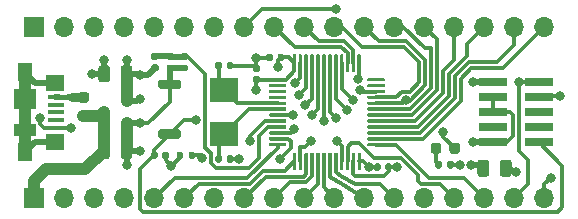
<source format=gbr>
%TF.GenerationSoftware,KiCad,Pcbnew,(5.1.10-1-10_14)*%
%TF.CreationDate,2021-07-19T22:46:51-06:00*%
%TF.ProjectId,f0-study-board,66302d73-7475-4647-992d-626f6172642e,rev?*%
%TF.SameCoordinates,Original*%
%TF.FileFunction,Copper,L1,Top*%
%TF.FilePolarity,Positive*%
%FSLAX46Y46*%
G04 Gerber Fmt 4.6, Leading zero omitted, Abs format (unit mm)*
G04 Created by KiCad (PCBNEW (5.1.10-1-10_14)) date 2021-07-19 22:46:51*
%MOMM*%
%LPD*%
G01*
G04 APERTURE LIST*
%TA.AperFunction,SMDPad,CuDef*%
%ADD10R,2.400000X0.740000*%
%TD*%
%TA.AperFunction,SMDPad,CuDef*%
%ADD11R,2.400000X2.000000*%
%TD*%
%TA.AperFunction,SMDPad,CuDef*%
%ADD12R,0.900000X0.800000*%
%TD*%
%TA.AperFunction,SMDPad,CuDef*%
%ADD13R,1.900000X1.000000*%
%TD*%
%TA.AperFunction,SMDPad,CuDef*%
%ADD14R,1.900000X1.800000*%
%TD*%
%TA.AperFunction,SMDPad,CuDef*%
%ADD15R,1.300000X1.650000*%
%TD*%
%TA.AperFunction,SMDPad,CuDef*%
%ADD16R,1.550000X1.425000*%
%TD*%
%TA.AperFunction,SMDPad,CuDef*%
%ADD17R,1.380000X0.450000*%
%TD*%
%TA.AperFunction,ComponentPad*%
%ADD18O,1.700000X1.700000*%
%TD*%
%TA.AperFunction,ComponentPad*%
%ADD19R,1.700000X1.700000*%
%TD*%
%TA.AperFunction,ViaPad*%
%ADD20C,0.800000*%
%TD*%
%TA.AperFunction,Conductor*%
%ADD21C,0.300000*%
%TD*%
%TA.AperFunction,Conductor*%
%ADD22C,1.000000*%
%TD*%
%TA.AperFunction,Conductor*%
%ADD23C,0.500000*%
%TD*%
%TA.AperFunction,Conductor*%
%ADD24C,0.750000*%
%TD*%
%TA.AperFunction,Conductor*%
%ADD25C,0.100000*%
%TD*%
G04 APERTURE END LIST*
%TO.P,U1,48*%
%TO.N,+3V3*%
%TA.AperFunction,SMDPad,CuDef*%
G36*
G01*
X121862500Y-103750000D02*
X121862500Y-102425000D01*
G75*
G02*
X121937500Y-102350000I75000J0D01*
G01*
X122087500Y-102350000D01*
G75*
G02*
X122162500Y-102425000I0J-75000D01*
G01*
X122162500Y-103750000D01*
G75*
G02*
X122087500Y-103825000I-75000J0D01*
G01*
X121937500Y-103825000D01*
G75*
G02*
X121862500Y-103750000I0J75000D01*
G01*
G37*
%TD.AperFunction*%
%TO.P,U1,47*%
%TO.N,GND*%
%TA.AperFunction,SMDPad,CuDef*%
G36*
G01*
X122362500Y-103750000D02*
X122362500Y-102425000D01*
G75*
G02*
X122437500Y-102350000I75000J0D01*
G01*
X122587500Y-102350000D01*
G75*
G02*
X122662500Y-102425000I0J-75000D01*
G01*
X122662500Y-103750000D01*
G75*
G02*
X122587500Y-103825000I-75000J0D01*
G01*
X122437500Y-103825000D01*
G75*
G02*
X122362500Y-103750000I0J75000D01*
G01*
G37*
%TD.AperFunction*%
%TO.P,U1,46*%
%TO.N,PB9*%
%TA.AperFunction,SMDPad,CuDef*%
G36*
G01*
X122862500Y-103750000D02*
X122862500Y-102425000D01*
G75*
G02*
X122937500Y-102350000I75000J0D01*
G01*
X123087500Y-102350000D01*
G75*
G02*
X123162500Y-102425000I0J-75000D01*
G01*
X123162500Y-103750000D01*
G75*
G02*
X123087500Y-103825000I-75000J0D01*
G01*
X122937500Y-103825000D01*
G75*
G02*
X122862500Y-103750000I0J75000D01*
G01*
G37*
%TD.AperFunction*%
%TO.P,U1,45*%
%TO.N,PB8*%
%TA.AperFunction,SMDPad,CuDef*%
G36*
G01*
X123362500Y-103750000D02*
X123362500Y-102425000D01*
G75*
G02*
X123437500Y-102350000I75000J0D01*
G01*
X123587500Y-102350000D01*
G75*
G02*
X123662500Y-102425000I0J-75000D01*
G01*
X123662500Y-103750000D01*
G75*
G02*
X123587500Y-103825000I-75000J0D01*
G01*
X123437500Y-103825000D01*
G75*
G02*
X123362500Y-103750000I0J75000D01*
G01*
G37*
%TD.AperFunction*%
%TO.P,U1,44*%
%TO.N,/BOOT0*%
%TA.AperFunction,SMDPad,CuDef*%
G36*
G01*
X123862500Y-103750000D02*
X123862500Y-102425000D01*
G75*
G02*
X123937500Y-102350000I75000J0D01*
G01*
X124087500Y-102350000D01*
G75*
G02*
X124162500Y-102425000I0J-75000D01*
G01*
X124162500Y-103750000D01*
G75*
G02*
X124087500Y-103825000I-75000J0D01*
G01*
X123937500Y-103825000D01*
G75*
G02*
X123862500Y-103750000I0J75000D01*
G01*
G37*
%TD.AperFunction*%
%TO.P,U1,43*%
%TO.N,PB7*%
%TA.AperFunction,SMDPad,CuDef*%
G36*
G01*
X124362500Y-103750000D02*
X124362500Y-102425000D01*
G75*
G02*
X124437500Y-102350000I75000J0D01*
G01*
X124587500Y-102350000D01*
G75*
G02*
X124662500Y-102425000I0J-75000D01*
G01*
X124662500Y-103750000D01*
G75*
G02*
X124587500Y-103825000I-75000J0D01*
G01*
X124437500Y-103825000D01*
G75*
G02*
X124362500Y-103750000I0J75000D01*
G01*
G37*
%TD.AperFunction*%
%TO.P,U1,42*%
%TO.N,PB6*%
%TA.AperFunction,SMDPad,CuDef*%
G36*
G01*
X124862500Y-103750000D02*
X124862500Y-102425000D01*
G75*
G02*
X124937500Y-102350000I75000J0D01*
G01*
X125087500Y-102350000D01*
G75*
G02*
X125162500Y-102425000I0J-75000D01*
G01*
X125162500Y-103750000D01*
G75*
G02*
X125087500Y-103825000I-75000J0D01*
G01*
X124937500Y-103825000D01*
G75*
G02*
X124862500Y-103750000I0J75000D01*
G01*
G37*
%TD.AperFunction*%
%TO.P,U1,41*%
%TO.N,PB5*%
%TA.AperFunction,SMDPad,CuDef*%
G36*
G01*
X125362500Y-103750000D02*
X125362500Y-102425000D01*
G75*
G02*
X125437500Y-102350000I75000J0D01*
G01*
X125587500Y-102350000D01*
G75*
G02*
X125662500Y-102425000I0J-75000D01*
G01*
X125662500Y-103750000D01*
G75*
G02*
X125587500Y-103825000I-75000J0D01*
G01*
X125437500Y-103825000D01*
G75*
G02*
X125362500Y-103750000I0J75000D01*
G01*
G37*
%TD.AperFunction*%
%TO.P,U1,40*%
%TO.N,PB4*%
%TA.AperFunction,SMDPad,CuDef*%
G36*
G01*
X125862500Y-103750000D02*
X125862500Y-102425000D01*
G75*
G02*
X125937500Y-102350000I75000J0D01*
G01*
X126087500Y-102350000D01*
G75*
G02*
X126162500Y-102425000I0J-75000D01*
G01*
X126162500Y-103750000D01*
G75*
G02*
X126087500Y-103825000I-75000J0D01*
G01*
X125937500Y-103825000D01*
G75*
G02*
X125862500Y-103750000I0J75000D01*
G01*
G37*
%TD.AperFunction*%
%TO.P,U1,39*%
%TO.N,PB3*%
%TA.AperFunction,SMDPad,CuDef*%
G36*
G01*
X126362500Y-103750000D02*
X126362500Y-102425000D01*
G75*
G02*
X126437500Y-102350000I75000J0D01*
G01*
X126587500Y-102350000D01*
G75*
G02*
X126662500Y-102425000I0J-75000D01*
G01*
X126662500Y-103750000D01*
G75*
G02*
X126587500Y-103825000I-75000J0D01*
G01*
X126437500Y-103825000D01*
G75*
G02*
X126362500Y-103750000I0J75000D01*
G01*
G37*
%TD.AperFunction*%
%TO.P,U1,38*%
%TO.N,PA15*%
%TA.AperFunction,SMDPad,CuDef*%
G36*
G01*
X126862500Y-103750000D02*
X126862500Y-102425000D01*
G75*
G02*
X126937500Y-102350000I75000J0D01*
G01*
X127087500Y-102350000D01*
G75*
G02*
X127162500Y-102425000I0J-75000D01*
G01*
X127162500Y-103750000D01*
G75*
G02*
X127087500Y-103825000I-75000J0D01*
G01*
X126937500Y-103825000D01*
G75*
G02*
X126862500Y-103750000I0J75000D01*
G01*
G37*
%TD.AperFunction*%
%TO.P,U1,37*%
%TO.N,SWCLK*%
%TA.AperFunction,SMDPad,CuDef*%
G36*
G01*
X127362500Y-103750000D02*
X127362500Y-102425000D01*
G75*
G02*
X127437500Y-102350000I75000J0D01*
G01*
X127587500Y-102350000D01*
G75*
G02*
X127662500Y-102425000I0J-75000D01*
G01*
X127662500Y-103750000D01*
G75*
G02*
X127587500Y-103825000I-75000J0D01*
G01*
X127437500Y-103825000D01*
G75*
G02*
X127362500Y-103750000I0J75000D01*
G01*
G37*
%TD.AperFunction*%
%TO.P,U1,36*%
%TO.N,Net-(U1-Pad36)*%
%TA.AperFunction,SMDPad,CuDef*%
G36*
G01*
X128187500Y-104575000D02*
X128187500Y-104425000D01*
G75*
G02*
X128262500Y-104350000I75000J0D01*
G01*
X129587500Y-104350000D01*
G75*
G02*
X129662500Y-104425000I0J-75000D01*
G01*
X129662500Y-104575000D01*
G75*
G02*
X129587500Y-104650000I-75000J0D01*
G01*
X128262500Y-104650000D01*
G75*
G02*
X128187500Y-104575000I0J75000D01*
G01*
G37*
%TD.AperFunction*%
%TO.P,U1,35*%
%TO.N,Net-(U1-Pad35)*%
%TA.AperFunction,SMDPad,CuDef*%
G36*
G01*
X128187500Y-105075000D02*
X128187500Y-104925000D01*
G75*
G02*
X128262500Y-104850000I75000J0D01*
G01*
X129587500Y-104850000D01*
G75*
G02*
X129662500Y-104925000I0J-75000D01*
G01*
X129662500Y-105075000D01*
G75*
G02*
X129587500Y-105150000I-75000J0D01*
G01*
X128262500Y-105150000D01*
G75*
G02*
X128187500Y-105075000I0J75000D01*
G01*
G37*
%TD.AperFunction*%
%TO.P,U1,34*%
%TO.N,SWDIO*%
%TA.AperFunction,SMDPad,CuDef*%
G36*
G01*
X128187500Y-105575000D02*
X128187500Y-105425000D01*
G75*
G02*
X128262500Y-105350000I75000J0D01*
G01*
X129587500Y-105350000D01*
G75*
G02*
X129662500Y-105425000I0J-75000D01*
G01*
X129662500Y-105575000D01*
G75*
G02*
X129587500Y-105650000I-75000J0D01*
G01*
X128262500Y-105650000D01*
G75*
G02*
X128187500Y-105575000I0J75000D01*
G01*
G37*
%TD.AperFunction*%
%TO.P,U1,33*%
%TO.N,PA12*%
%TA.AperFunction,SMDPad,CuDef*%
G36*
G01*
X128187500Y-106075000D02*
X128187500Y-105925000D01*
G75*
G02*
X128262500Y-105850000I75000J0D01*
G01*
X129587500Y-105850000D01*
G75*
G02*
X129662500Y-105925000I0J-75000D01*
G01*
X129662500Y-106075000D01*
G75*
G02*
X129587500Y-106150000I-75000J0D01*
G01*
X128262500Y-106150000D01*
G75*
G02*
X128187500Y-106075000I0J75000D01*
G01*
G37*
%TD.AperFunction*%
%TO.P,U1,32*%
%TO.N,PA11*%
%TA.AperFunction,SMDPad,CuDef*%
G36*
G01*
X128187500Y-106575000D02*
X128187500Y-106425000D01*
G75*
G02*
X128262500Y-106350000I75000J0D01*
G01*
X129587500Y-106350000D01*
G75*
G02*
X129662500Y-106425000I0J-75000D01*
G01*
X129662500Y-106575000D01*
G75*
G02*
X129587500Y-106650000I-75000J0D01*
G01*
X128262500Y-106650000D01*
G75*
G02*
X128187500Y-106575000I0J75000D01*
G01*
G37*
%TD.AperFunction*%
%TO.P,U1,31*%
%TO.N,PA10*%
%TA.AperFunction,SMDPad,CuDef*%
G36*
G01*
X128187500Y-107075000D02*
X128187500Y-106925000D01*
G75*
G02*
X128262500Y-106850000I75000J0D01*
G01*
X129587500Y-106850000D01*
G75*
G02*
X129662500Y-106925000I0J-75000D01*
G01*
X129662500Y-107075000D01*
G75*
G02*
X129587500Y-107150000I-75000J0D01*
G01*
X128262500Y-107150000D01*
G75*
G02*
X128187500Y-107075000I0J75000D01*
G01*
G37*
%TD.AperFunction*%
%TO.P,U1,30*%
%TO.N,PA9*%
%TA.AperFunction,SMDPad,CuDef*%
G36*
G01*
X128187500Y-107575000D02*
X128187500Y-107425000D01*
G75*
G02*
X128262500Y-107350000I75000J0D01*
G01*
X129587500Y-107350000D01*
G75*
G02*
X129662500Y-107425000I0J-75000D01*
G01*
X129662500Y-107575000D01*
G75*
G02*
X129587500Y-107650000I-75000J0D01*
G01*
X128262500Y-107650000D01*
G75*
G02*
X128187500Y-107575000I0J75000D01*
G01*
G37*
%TD.AperFunction*%
%TO.P,U1,29*%
%TO.N,PA8*%
%TA.AperFunction,SMDPad,CuDef*%
G36*
G01*
X128187500Y-108075000D02*
X128187500Y-107925000D01*
G75*
G02*
X128262500Y-107850000I75000J0D01*
G01*
X129587500Y-107850000D01*
G75*
G02*
X129662500Y-107925000I0J-75000D01*
G01*
X129662500Y-108075000D01*
G75*
G02*
X129587500Y-108150000I-75000J0D01*
G01*
X128262500Y-108150000D01*
G75*
G02*
X128187500Y-108075000I0J75000D01*
G01*
G37*
%TD.AperFunction*%
%TO.P,U1,28*%
%TO.N,PB15*%
%TA.AperFunction,SMDPad,CuDef*%
G36*
G01*
X128187500Y-108575000D02*
X128187500Y-108425000D01*
G75*
G02*
X128262500Y-108350000I75000J0D01*
G01*
X129587500Y-108350000D01*
G75*
G02*
X129662500Y-108425000I0J-75000D01*
G01*
X129662500Y-108575000D01*
G75*
G02*
X129587500Y-108650000I-75000J0D01*
G01*
X128262500Y-108650000D01*
G75*
G02*
X128187500Y-108575000I0J75000D01*
G01*
G37*
%TD.AperFunction*%
%TO.P,U1,27*%
%TO.N,PB14*%
%TA.AperFunction,SMDPad,CuDef*%
G36*
G01*
X128187500Y-109075000D02*
X128187500Y-108925000D01*
G75*
G02*
X128262500Y-108850000I75000J0D01*
G01*
X129587500Y-108850000D01*
G75*
G02*
X129662500Y-108925000I0J-75000D01*
G01*
X129662500Y-109075000D01*
G75*
G02*
X129587500Y-109150000I-75000J0D01*
G01*
X128262500Y-109150000D01*
G75*
G02*
X128187500Y-109075000I0J75000D01*
G01*
G37*
%TD.AperFunction*%
%TO.P,U1,26*%
%TO.N,PB13*%
%TA.AperFunction,SMDPad,CuDef*%
G36*
G01*
X128187500Y-109575000D02*
X128187500Y-109425000D01*
G75*
G02*
X128262500Y-109350000I75000J0D01*
G01*
X129587500Y-109350000D01*
G75*
G02*
X129662500Y-109425000I0J-75000D01*
G01*
X129662500Y-109575000D01*
G75*
G02*
X129587500Y-109650000I-75000J0D01*
G01*
X128262500Y-109650000D01*
G75*
G02*
X128187500Y-109575000I0J75000D01*
G01*
G37*
%TD.AperFunction*%
%TO.P,U1,25*%
%TO.N,PB12*%
%TA.AperFunction,SMDPad,CuDef*%
G36*
G01*
X128187500Y-110075000D02*
X128187500Y-109925000D01*
G75*
G02*
X128262500Y-109850000I75000J0D01*
G01*
X129587500Y-109850000D01*
G75*
G02*
X129662500Y-109925000I0J-75000D01*
G01*
X129662500Y-110075000D01*
G75*
G02*
X129587500Y-110150000I-75000J0D01*
G01*
X128262500Y-110150000D01*
G75*
G02*
X128187500Y-110075000I0J75000D01*
G01*
G37*
%TD.AperFunction*%
%TO.P,U1,24*%
%TO.N,+3V3*%
%TA.AperFunction,SMDPad,CuDef*%
G36*
G01*
X127362500Y-112075000D02*
X127362500Y-110750000D01*
G75*
G02*
X127437500Y-110675000I75000J0D01*
G01*
X127587500Y-110675000D01*
G75*
G02*
X127662500Y-110750000I0J-75000D01*
G01*
X127662500Y-112075000D01*
G75*
G02*
X127587500Y-112150000I-75000J0D01*
G01*
X127437500Y-112150000D01*
G75*
G02*
X127362500Y-112075000I0J75000D01*
G01*
G37*
%TD.AperFunction*%
%TO.P,U1,23*%
%TO.N,GND*%
%TA.AperFunction,SMDPad,CuDef*%
G36*
G01*
X126862500Y-112075000D02*
X126862500Y-110750000D01*
G75*
G02*
X126937500Y-110675000I75000J0D01*
G01*
X127087500Y-110675000D01*
G75*
G02*
X127162500Y-110750000I0J-75000D01*
G01*
X127162500Y-112075000D01*
G75*
G02*
X127087500Y-112150000I-75000J0D01*
G01*
X126937500Y-112150000D01*
G75*
G02*
X126862500Y-112075000I0J75000D01*
G01*
G37*
%TD.AperFunction*%
%TO.P,U1,22*%
%TO.N,PB11*%
%TA.AperFunction,SMDPad,CuDef*%
G36*
G01*
X126362500Y-112075000D02*
X126362500Y-110750000D01*
G75*
G02*
X126437500Y-110675000I75000J0D01*
G01*
X126587500Y-110675000D01*
G75*
G02*
X126662500Y-110750000I0J-75000D01*
G01*
X126662500Y-112075000D01*
G75*
G02*
X126587500Y-112150000I-75000J0D01*
G01*
X126437500Y-112150000D01*
G75*
G02*
X126362500Y-112075000I0J75000D01*
G01*
G37*
%TD.AperFunction*%
%TO.P,U1,21*%
%TO.N,PB10*%
%TA.AperFunction,SMDPad,CuDef*%
G36*
G01*
X125862500Y-112075000D02*
X125862500Y-110750000D01*
G75*
G02*
X125937500Y-110675000I75000J0D01*
G01*
X126087500Y-110675000D01*
G75*
G02*
X126162500Y-110750000I0J-75000D01*
G01*
X126162500Y-112075000D01*
G75*
G02*
X126087500Y-112150000I-75000J0D01*
G01*
X125937500Y-112150000D01*
G75*
G02*
X125862500Y-112075000I0J75000D01*
G01*
G37*
%TD.AperFunction*%
%TO.P,U1,20*%
%TO.N,PB2*%
%TA.AperFunction,SMDPad,CuDef*%
G36*
G01*
X125362500Y-112075000D02*
X125362500Y-110750000D01*
G75*
G02*
X125437500Y-110675000I75000J0D01*
G01*
X125587500Y-110675000D01*
G75*
G02*
X125662500Y-110750000I0J-75000D01*
G01*
X125662500Y-112075000D01*
G75*
G02*
X125587500Y-112150000I-75000J0D01*
G01*
X125437500Y-112150000D01*
G75*
G02*
X125362500Y-112075000I0J75000D01*
G01*
G37*
%TD.AperFunction*%
%TO.P,U1,19*%
%TO.N,PB1*%
%TA.AperFunction,SMDPad,CuDef*%
G36*
G01*
X124862500Y-112075000D02*
X124862500Y-110750000D01*
G75*
G02*
X124937500Y-110675000I75000J0D01*
G01*
X125087500Y-110675000D01*
G75*
G02*
X125162500Y-110750000I0J-75000D01*
G01*
X125162500Y-112075000D01*
G75*
G02*
X125087500Y-112150000I-75000J0D01*
G01*
X124937500Y-112150000D01*
G75*
G02*
X124862500Y-112075000I0J75000D01*
G01*
G37*
%TD.AperFunction*%
%TO.P,U1,18*%
%TO.N,PB0*%
%TA.AperFunction,SMDPad,CuDef*%
G36*
G01*
X124362500Y-112075000D02*
X124362500Y-110750000D01*
G75*
G02*
X124437500Y-110675000I75000J0D01*
G01*
X124587500Y-110675000D01*
G75*
G02*
X124662500Y-110750000I0J-75000D01*
G01*
X124662500Y-112075000D01*
G75*
G02*
X124587500Y-112150000I-75000J0D01*
G01*
X124437500Y-112150000D01*
G75*
G02*
X124362500Y-112075000I0J75000D01*
G01*
G37*
%TD.AperFunction*%
%TO.P,U1,17*%
%TO.N,PA7*%
%TA.AperFunction,SMDPad,CuDef*%
G36*
G01*
X123862500Y-112075000D02*
X123862500Y-110750000D01*
G75*
G02*
X123937500Y-110675000I75000J0D01*
G01*
X124087500Y-110675000D01*
G75*
G02*
X124162500Y-110750000I0J-75000D01*
G01*
X124162500Y-112075000D01*
G75*
G02*
X124087500Y-112150000I-75000J0D01*
G01*
X123937500Y-112150000D01*
G75*
G02*
X123862500Y-112075000I0J75000D01*
G01*
G37*
%TD.AperFunction*%
%TO.P,U1,16*%
%TO.N,PA6*%
%TA.AperFunction,SMDPad,CuDef*%
G36*
G01*
X123362500Y-112075000D02*
X123362500Y-110750000D01*
G75*
G02*
X123437500Y-110675000I75000J0D01*
G01*
X123587500Y-110675000D01*
G75*
G02*
X123662500Y-110750000I0J-75000D01*
G01*
X123662500Y-112075000D01*
G75*
G02*
X123587500Y-112150000I-75000J0D01*
G01*
X123437500Y-112150000D01*
G75*
G02*
X123362500Y-112075000I0J75000D01*
G01*
G37*
%TD.AperFunction*%
%TO.P,U1,15*%
%TO.N,PA5*%
%TA.AperFunction,SMDPad,CuDef*%
G36*
G01*
X122862500Y-112075000D02*
X122862500Y-110750000D01*
G75*
G02*
X122937500Y-110675000I75000J0D01*
G01*
X123087500Y-110675000D01*
G75*
G02*
X123162500Y-110750000I0J-75000D01*
G01*
X123162500Y-112075000D01*
G75*
G02*
X123087500Y-112150000I-75000J0D01*
G01*
X122937500Y-112150000D01*
G75*
G02*
X122862500Y-112075000I0J75000D01*
G01*
G37*
%TD.AperFunction*%
%TO.P,U1,14*%
%TO.N,PA4*%
%TA.AperFunction,SMDPad,CuDef*%
G36*
G01*
X122362500Y-112075000D02*
X122362500Y-110750000D01*
G75*
G02*
X122437500Y-110675000I75000J0D01*
G01*
X122587500Y-110675000D01*
G75*
G02*
X122662500Y-110750000I0J-75000D01*
G01*
X122662500Y-112075000D01*
G75*
G02*
X122587500Y-112150000I-75000J0D01*
G01*
X122437500Y-112150000D01*
G75*
G02*
X122362500Y-112075000I0J75000D01*
G01*
G37*
%TD.AperFunction*%
%TO.P,U1,13*%
%TO.N,PA3*%
%TA.AperFunction,SMDPad,CuDef*%
G36*
G01*
X121862500Y-112075000D02*
X121862500Y-110750000D01*
G75*
G02*
X121937500Y-110675000I75000J0D01*
G01*
X122087500Y-110675000D01*
G75*
G02*
X122162500Y-110750000I0J-75000D01*
G01*
X122162500Y-112075000D01*
G75*
G02*
X122087500Y-112150000I-75000J0D01*
G01*
X121937500Y-112150000D01*
G75*
G02*
X121862500Y-112075000I0J75000D01*
G01*
G37*
%TD.AperFunction*%
%TO.P,U1,12*%
%TO.N,PA2*%
%TA.AperFunction,SMDPad,CuDef*%
G36*
G01*
X119862500Y-110075000D02*
X119862500Y-109925000D01*
G75*
G02*
X119937500Y-109850000I75000J0D01*
G01*
X121262500Y-109850000D01*
G75*
G02*
X121337500Y-109925000I0J-75000D01*
G01*
X121337500Y-110075000D01*
G75*
G02*
X121262500Y-110150000I-75000J0D01*
G01*
X119937500Y-110150000D01*
G75*
G02*
X119862500Y-110075000I0J75000D01*
G01*
G37*
%TD.AperFunction*%
%TO.P,U1,11*%
%TO.N,PA1*%
%TA.AperFunction,SMDPad,CuDef*%
G36*
G01*
X119862500Y-109575000D02*
X119862500Y-109425000D01*
G75*
G02*
X119937500Y-109350000I75000J0D01*
G01*
X121262500Y-109350000D01*
G75*
G02*
X121337500Y-109425000I0J-75000D01*
G01*
X121337500Y-109575000D01*
G75*
G02*
X121262500Y-109650000I-75000J0D01*
G01*
X119937500Y-109650000D01*
G75*
G02*
X119862500Y-109575000I0J75000D01*
G01*
G37*
%TD.AperFunction*%
%TO.P,U1,10*%
%TO.N,PA0*%
%TA.AperFunction,SMDPad,CuDef*%
G36*
G01*
X119862500Y-109075000D02*
X119862500Y-108925000D01*
G75*
G02*
X119937500Y-108850000I75000J0D01*
G01*
X121262500Y-108850000D01*
G75*
G02*
X121337500Y-108925000I0J-75000D01*
G01*
X121337500Y-109075000D01*
G75*
G02*
X121262500Y-109150000I-75000J0D01*
G01*
X119937500Y-109150000D01*
G75*
G02*
X119862500Y-109075000I0J75000D01*
G01*
G37*
%TD.AperFunction*%
%TO.P,U1,9*%
%TO.N,+3.3VA*%
%TA.AperFunction,SMDPad,CuDef*%
G36*
G01*
X119862500Y-108575000D02*
X119862500Y-108425000D01*
G75*
G02*
X119937500Y-108350000I75000J0D01*
G01*
X121262500Y-108350000D01*
G75*
G02*
X121337500Y-108425000I0J-75000D01*
G01*
X121337500Y-108575000D01*
G75*
G02*
X121262500Y-108650000I-75000J0D01*
G01*
X119937500Y-108650000D01*
G75*
G02*
X119862500Y-108575000I0J75000D01*
G01*
G37*
%TD.AperFunction*%
%TO.P,U1,8*%
%TO.N,GND*%
%TA.AperFunction,SMDPad,CuDef*%
G36*
G01*
X119862500Y-108075000D02*
X119862500Y-107925000D01*
G75*
G02*
X119937500Y-107850000I75000J0D01*
G01*
X121262500Y-107850000D01*
G75*
G02*
X121337500Y-107925000I0J-75000D01*
G01*
X121337500Y-108075000D01*
G75*
G02*
X121262500Y-108150000I-75000J0D01*
G01*
X119937500Y-108150000D01*
G75*
G02*
X119862500Y-108075000I0J75000D01*
G01*
G37*
%TD.AperFunction*%
%TO.P,U1,7*%
%TO.N,NRST*%
%TA.AperFunction,SMDPad,CuDef*%
G36*
G01*
X119862500Y-107575000D02*
X119862500Y-107425000D01*
G75*
G02*
X119937500Y-107350000I75000J0D01*
G01*
X121262500Y-107350000D01*
G75*
G02*
X121337500Y-107425000I0J-75000D01*
G01*
X121337500Y-107575000D01*
G75*
G02*
X121262500Y-107650000I-75000J0D01*
G01*
X119937500Y-107650000D01*
G75*
G02*
X119862500Y-107575000I0J75000D01*
G01*
G37*
%TD.AperFunction*%
%TO.P,U1,6*%
%TO.N,/OSC_OUT*%
%TA.AperFunction,SMDPad,CuDef*%
G36*
G01*
X119862500Y-107075000D02*
X119862500Y-106925000D01*
G75*
G02*
X119937500Y-106850000I75000J0D01*
G01*
X121262500Y-106850000D01*
G75*
G02*
X121337500Y-106925000I0J-75000D01*
G01*
X121337500Y-107075000D01*
G75*
G02*
X121262500Y-107150000I-75000J0D01*
G01*
X119937500Y-107150000D01*
G75*
G02*
X119862500Y-107075000I0J75000D01*
G01*
G37*
%TD.AperFunction*%
%TO.P,U1,5*%
%TO.N,/OSC_IN*%
%TA.AperFunction,SMDPad,CuDef*%
G36*
G01*
X119862500Y-106575000D02*
X119862500Y-106425000D01*
G75*
G02*
X119937500Y-106350000I75000J0D01*
G01*
X121262500Y-106350000D01*
G75*
G02*
X121337500Y-106425000I0J-75000D01*
G01*
X121337500Y-106575000D01*
G75*
G02*
X121262500Y-106650000I-75000J0D01*
G01*
X119937500Y-106650000D01*
G75*
G02*
X119862500Y-106575000I0J75000D01*
G01*
G37*
%TD.AperFunction*%
%TO.P,U1,4*%
%TO.N,Net-(U1-Pad4)*%
%TA.AperFunction,SMDPad,CuDef*%
G36*
G01*
X119862500Y-106075000D02*
X119862500Y-105925000D01*
G75*
G02*
X119937500Y-105850000I75000J0D01*
G01*
X121262500Y-105850000D01*
G75*
G02*
X121337500Y-105925000I0J-75000D01*
G01*
X121337500Y-106075000D01*
G75*
G02*
X121262500Y-106150000I-75000J0D01*
G01*
X119937500Y-106150000D01*
G75*
G02*
X119862500Y-106075000I0J75000D01*
G01*
G37*
%TD.AperFunction*%
%TO.P,U1,3*%
%TO.N,Net-(U1-Pad3)*%
%TA.AperFunction,SMDPad,CuDef*%
G36*
G01*
X119862500Y-105575000D02*
X119862500Y-105425000D01*
G75*
G02*
X119937500Y-105350000I75000J0D01*
G01*
X121262500Y-105350000D01*
G75*
G02*
X121337500Y-105425000I0J-75000D01*
G01*
X121337500Y-105575000D01*
G75*
G02*
X121262500Y-105650000I-75000J0D01*
G01*
X119937500Y-105650000D01*
G75*
G02*
X119862500Y-105575000I0J75000D01*
G01*
G37*
%TD.AperFunction*%
%TO.P,U1,2*%
%TO.N,Net-(U1-Pad2)*%
%TA.AperFunction,SMDPad,CuDef*%
G36*
G01*
X119862500Y-105075000D02*
X119862500Y-104925000D01*
G75*
G02*
X119937500Y-104850000I75000J0D01*
G01*
X121262500Y-104850000D01*
G75*
G02*
X121337500Y-104925000I0J-75000D01*
G01*
X121337500Y-105075000D01*
G75*
G02*
X121262500Y-105150000I-75000J0D01*
G01*
X119937500Y-105150000D01*
G75*
G02*
X119862500Y-105075000I0J75000D01*
G01*
G37*
%TD.AperFunction*%
%TO.P,U1,1*%
%TO.N,+3V3*%
%TA.AperFunction,SMDPad,CuDef*%
G36*
G01*
X119862500Y-104575000D02*
X119862500Y-104425000D01*
G75*
G02*
X119937500Y-104350000I75000J0D01*
G01*
X121262500Y-104350000D01*
G75*
G02*
X121337500Y-104425000I0J-75000D01*
G01*
X121337500Y-104575000D01*
G75*
G02*
X121262500Y-104650000I-75000J0D01*
G01*
X119937500Y-104650000D01*
G75*
G02*
X119862500Y-104575000I0J75000D01*
G01*
G37*
%TD.AperFunction*%
%TD*%
%TO.P,C1,2*%
%TO.N,GND*%
%TA.AperFunction,SMDPad,CuDef*%
G36*
G01*
X138500000Y-111525000D02*
X138500000Y-112475000D01*
G75*
G02*
X138250000Y-112725000I-250000J0D01*
G01*
X137750000Y-112725000D01*
G75*
G02*
X137500000Y-112475000I0J250000D01*
G01*
X137500000Y-111525000D01*
G75*
G02*
X137750000Y-111275000I250000J0D01*
G01*
X138250000Y-111275000D01*
G75*
G02*
X138500000Y-111525000I0J-250000D01*
G01*
G37*
%TD.AperFunction*%
%TO.P,C1,1*%
%TO.N,+3V3*%
%TA.AperFunction,SMDPad,CuDef*%
G36*
G01*
X140400000Y-111525000D02*
X140400000Y-112475000D01*
G75*
G02*
X140150000Y-112725000I-250000J0D01*
G01*
X139650000Y-112725000D01*
G75*
G02*
X139400000Y-112475000I0J250000D01*
G01*
X139400000Y-111525000D01*
G75*
G02*
X139650000Y-111275000I250000J0D01*
G01*
X140150000Y-111275000D01*
G75*
G02*
X140400000Y-111525000I0J-250000D01*
G01*
G37*
%TD.AperFunction*%
%TD*%
D10*
%TO.P,J4,10*%
%TO.N,NRST*%
X142700000Y-109790000D03*
%TO.P,J4,9*%
%TO.N,GND*%
X138800000Y-109790000D03*
%TO.P,J4,8*%
%TO.N,Net-(J4-Pad8)*%
X142700000Y-108520000D03*
%TO.P,J4,7*%
%TO.N,Net-(J4-Pad7)*%
X138800000Y-108520000D03*
%TO.P,J4,6*%
%TO.N,Net-(J4-Pad6)*%
X142700000Y-107250000D03*
%TO.P,J4,5*%
%TO.N,GND*%
X138800000Y-107250000D03*
%TO.P,J4,4*%
%TO.N,SWCLK*%
X142700000Y-105980000D03*
%TO.P,J4,3*%
%TO.N,GND*%
X138800000Y-105980000D03*
%TO.P,J4,2*%
%TO.N,SWDIO*%
X142700000Y-104710000D03*
%TO.P,J4,1*%
%TO.N,+3V3*%
X138800000Y-104710000D03*
%TD*%
%TO.P,R2,2*%
%TO.N,GND*%
%TA.AperFunction,SMDPad,CuDef*%
G36*
G01*
X134950000Y-111885000D02*
X134950000Y-111515000D01*
G75*
G02*
X135085000Y-111380000I135000J0D01*
G01*
X135355000Y-111380000D01*
G75*
G02*
X135490000Y-111515000I0J-135000D01*
G01*
X135490000Y-111885000D01*
G75*
G02*
X135355000Y-112020000I-135000J0D01*
G01*
X135085000Y-112020000D01*
G75*
G02*
X134950000Y-111885000I0J135000D01*
G01*
G37*
%TD.AperFunction*%
%TO.P,R2,1*%
%TO.N,Net-(D2-Pad1)*%
%TA.AperFunction,SMDPad,CuDef*%
G36*
G01*
X133930000Y-111885000D02*
X133930000Y-111515000D01*
G75*
G02*
X134065000Y-111380000I135000J0D01*
G01*
X134335000Y-111380000D01*
G75*
G02*
X134470000Y-111515000I0J-135000D01*
G01*
X134470000Y-111885000D01*
G75*
G02*
X134335000Y-112020000I-135000J0D01*
G01*
X134065000Y-112020000D01*
G75*
G02*
X133930000Y-111885000I0J135000D01*
G01*
G37*
%TD.AperFunction*%
%TD*%
%TO.P,R1,2*%
%TO.N,GND*%
%TA.AperFunction,SMDPad,CuDef*%
G36*
G01*
X112570000Y-110715000D02*
X112570000Y-111085000D01*
G75*
G02*
X112435000Y-111220000I-135000J0D01*
G01*
X112165000Y-111220000D01*
G75*
G02*
X112030000Y-111085000I0J135000D01*
G01*
X112030000Y-110715000D01*
G75*
G02*
X112165000Y-110580000I135000J0D01*
G01*
X112435000Y-110580000D01*
G75*
G02*
X112570000Y-110715000I0J-135000D01*
G01*
G37*
%TD.AperFunction*%
%TO.P,R1,1*%
%TO.N,/BOOT0*%
%TA.AperFunction,SMDPad,CuDef*%
G36*
G01*
X113590000Y-110715000D02*
X113590000Y-111085000D01*
G75*
G02*
X113455000Y-111220000I-135000J0D01*
G01*
X113185000Y-111220000D01*
G75*
G02*
X113050000Y-111085000I0J135000D01*
G01*
X113050000Y-110715000D01*
G75*
G02*
X113185000Y-110580000I135000J0D01*
G01*
X113455000Y-110580000D01*
G75*
G02*
X113590000Y-110715000I0J-135000D01*
G01*
G37*
%TD.AperFunction*%
%TD*%
%TO.P,FB1,2*%
%TO.N,+5V*%
%TA.AperFunction,SMDPad,CuDef*%
G36*
G01*
X104406250Y-106437500D02*
X103893750Y-106437500D01*
G75*
G02*
X103675000Y-106218750I0J218750D01*
G01*
X103675000Y-105781250D01*
G75*
G02*
X103893750Y-105562500I218750J0D01*
G01*
X104406250Y-105562500D01*
G75*
G02*
X104625000Y-105781250I0J-218750D01*
G01*
X104625000Y-106218750D01*
G75*
G02*
X104406250Y-106437500I-218750J0D01*
G01*
G37*
%TD.AperFunction*%
%TO.P,FB1,1*%
%TO.N,VCC*%
%TA.AperFunction,SMDPad,CuDef*%
G36*
G01*
X104406250Y-108012500D02*
X103893750Y-108012500D01*
G75*
G02*
X103675000Y-107793750I0J218750D01*
G01*
X103675000Y-107356250D01*
G75*
G02*
X103893750Y-107137500I218750J0D01*
G01*
X104406250Y-107137500D01*
G75*
G02*
X104625000Y-107356250I0J-218750D01*
G01*
X104625000Y-107793750D01*
G75*
G02*
X104406250Y-108012500I-218750J0D01*
G01*
G37*
%TD.AperFunction*%
%TD*%
%TO.P,C12,2*%
%TO.N,GND*%
%TA.AperFunction,SMDPad,CuDef*%
G36*
G01*
X107300000Y-110975000D02*
X107300000Y-110025000D01*
G75*
G02*
X107550000Y-109775000I250000J0D01*
G01*
X108050000Y-109775000D01*
G75*
G02*
X108300000Y-110025000I0J-250000D01*
G01*
X108300000Y-110975000D01*
G75*
G02*
X108050000Y-111225000I-250000J0D01*
G01*
X107550000Y-111225000D01*
G75*
G02*
X107300000Y-110975000I0J250000D01*
G01*
G37*
%TD.AperFunction*%
%TO.P,C12,1*%
%TO.N,VCC*%
%TA.AperFunction,SMDPad,CuDef*%
G36*
G01*
X105400000Y-110975000D02*
X105400000Y-110025000D01*
G75*
G02*
X105650000Y-109775000I250000J0D01*
G01*
X106150000Y-109775000D01*
G75*
G02*
X106400000Y-110025000I0J-250000D01*
G01*
X106400000Y-110975000D01*
G75*
G02*
X106150000Y-111225000I-250000J0D01*
G01*
X105650000Y-111225000D01*
G75*
G02*
X105400000Y-110975000I0J250000D01*
G01*
G37*
%TD.AperFunction*%
%TD*%
%TO.P,C11,2*%
%TO.N,GND*%
%TA.AperFunction,SMDPad,CuDef*%
G36*
G01*
X106400000Y-103525000D02*
X106400000Y-104475000D01*
G75*
G02*
X106150000Y-104725000I-250000J0D01*
G01*
X105650000Y-104725000D01*
G75*
G02*
X105400000Y-104475000I0J250000D01*
G01*
X105400000Y-103525000D01*
G75*
G02*
X105650000Y-103275000I250000J0D01*
G01*
X106150000Y-103275000D01*
G75*
G02*
X106400000Y-103525000I0J-250000D01*
G01*
G37*
%TD.AperFunction*%
%TO.P,C11,1*%
%TO.N,+3V3*%
%TA.AperFunction,SMDPad,CuDef*%
G36*
G01*
X108300000Y-103525000D02*
X108300000Y-104475000D01*
G75*
G02*
X108050000Y-104725000I-250000J0D01*
G01*
X107550000Y-104725000D01*
G75*
G02*
X107300000Y-104475000I0J250000D01*
G01*
X107300000Y-103525000D01*
G75*
G02*
X107550000Y-103275000I250000J0D01*
G01*
X108050000Y-103275000D01*
G75*
G02*
X108300000Y-103525000I0J-250000D01*
G01*
G37*
%TD.AperFunction*%
%TD*%
%TO.P,C10,2*%
%TO.N,GND*%
%TA.AperFunction,SMDPad,CuDef*%
G36*
G01*
X116280000Y-111370000D02*
X116280000Y-111030000D01*
G75*
G02*
X116420000Y-110890000I140000J0D01*
G01*
X116700000Y-110890000D01*
G75*
G02*
X116840000Y-111030000I0J-140000D01*
G01*
X116840000Y-111370000D01*
G75*
G02*
X116700000Y-111510000I-140000J0D01*
G01*
X116420000Y-111510000D01*
G75*
G02*
X116280000Y-111370000I0J140000D01*
G01*
G37*
%TD.AperFunction*%
%TO.P,C10,1*%
%TO.N,/OSC_OUT*%
%TA.AperFunction,SMDPad,CuDef*%
G36*
G01*
X115320000Y-111370000D02*
X115320000Y-111030000D01*
G75*
G02*
X115460000Y-110890000I140000J0D01*
G01*
X115740000Y-110890000D01*
G75*
G02*
X115880000Y-111030000I0J-140000D01*
G01*
X115880000Y-111370000D01*
G75*
G02*
X115740000Y-111510000I-140000J0D01*
G01*
X115460000Y-111510000D01*
G75*
G02*
X115320000Y-111370000I0J140000D01*
G01*
G37*
%TD.AperFunction*%
%TD*%
%TO.P,C9,2*%
%TO.N,GND*%
%TA.AperFunction,SMDPad,CuDef*%
G36*
G01*
X116280000Y-103470000D02*
X116280000Y-103130000D01*
G75*
G02*
X116420000Y-102990000I140000J0D01*
G01*
X116700000Y-102990000D01*
G75*
G02*
X116840000Y-103130000I0J-140000D01*
G01*
X116840000Y-103470000D01*
G75*
G02*
X116700000Y-103610000I-140000J0D01*
G01*
X116420000Y-103610000D01*
G75*
G02*
X116280000Y-103470000I0J140000D01*
G01*
G37*
%TD.AperFunction*%
%TO.P,C9,1*%
%TO.N,/OSC_IN*%
%TA.AperFunction,SMDPad,CuDef*%
G36*
G01*
X115320000Y-103470000D02*
X115320000Y-103130000D01*
G75*
G02*
X115460000Y-102990000I140000J0D01*
G01*
X115740000Y-102990000D01*
G75*
G02*
X115880000Y-103130000I0J-140000D01*
G01*
X115880000Y-103470000D01*
G75*
G02*
X115740000Y-103610000I-140000J0D01*
G01*
X115460000Y-103610000D01*
G75*
G02*
X115320000Y-103470000I0J140000D01*
G01*
G37*
%TD.AperFunction*%
%TD*%
%TO.P,C8,2*%
%TO.N,GND*%
%TA.AperFunction,SMDPad,CuDef*%
G36*
G01*
X110820000Y-111070000D02*
X110820000Y-110730000D01*
G75*
G02*
X110960000Y-110590000I140000J0D01*
G01*
X111240000Y-110590000D01*
G75*
G02*
X111380000Y-110730000I0J-140000D01*
G01*
X111380000Y-111070000D01*
G75*
G02*
X111240000Y-111210000I-140000J0D01*
G01*
X110960000Y-111210000D01*
G75*
G02*
X110820000Y-111070000I0J140000D01*
G01*
G37*
%TD.AperFunction*%
%TO.P,C8,1*%
%TO.N,NRST*%
%TA.AperFunction,SMDPad,CuDef*%
G36*
G01*
X109860000Y-111070000D02*
X109860000Y-110730000D01*
G75*
G02*
X110000000Y-110590000I140000J0D01*
G01*
X110280000Y-110590000D01*
G75*
G02*
X110420000Y-110730000I0J-140000D01*
G01*
X110420000Y-111070000D01*
G75*
G02*
X110280000Y-111210000I-140000J0D01*
G01*
X110000000Y-111210000D01*
G75*
G02*
X109860000Y-111070000I0J140000D01*
G01*
G37*
%TD.AperFunction*%
%TD*%
%TO.P,C7,2*%
%TO.N,GND*%
%TA.AperFunction,SMDPad,CuDef*%
G36*
G01*
X112530000Y-103220000D02*
X112870000Y-103220000D01*
G75*
G02*
X113010000Y-103360000I0J-140000D01*
G01*
X113010000Y-103640000D01*
G75*
G02*
X112870000Y-103780000I-140000J0D01*
G01*
X112530000Y-103780000D01*
G75*
G02*
X112390000Y-103640000I0J140000D01*
G01*
X112390000Y-103360000D01*
G75*
G02*
X112530000Y-103220000I140000J0D01*
G01*
G37*
%TD.AperFunction*%
%TO.P,C7,1*%
%TO.N,+3.3VA*%
%TA.AperFunction,SMDPad,CuDef*%
G36*
G01*
X112530000Y-102260000D02*
X112870000Y-102260000D01*
G75*
G02*
X113010000Y-102400000I0J-140000D01*
G01*
X113010000Y-102680000D01*
G75*
G02*
X112870000Y-102820000I-140000J0D01*
G01*
X112530000Y-102820000D01*
G75*
G02*
X112390000Y-102680000I0J140000D01*
G01*
X112390000Y-102400000D01*
G75*
G02*
X112530000Y-102260000I140000J0D01*
G01*
G37*
%TD.AperFunction*%
%TD*%
%TO.P,C6,2*%
%TO.N,GND*%
%TA.AperFunction,SMDPad,CuDef*%
G36*
G01*
X111330000Y-103220000D02*
X111670000Y-103220000D01*
G75*
G02*
X111810000Y-103360000I0J-140000D01*
G01*
X111810000Y-103640000D01*
G75*
G02*
X111670000Y-103780000I-140000J0D01*
G01*
X111330000Y-103780000D01*
G75*
G02*
X111190000Y-103640000I0J140000D01*
G01*
X111190000Y-103360000D01*
G75*
G02*
X111330000Y-103220000I140000J0D01*
G01*
G37*
%TD.AperFunction*%
%TO.P,C6,1*%
%TO.N,+3.3VA*%
%TA.AperFunction,SMDPad,CuDef*%
G36*
G01*
X111330000Y-102260000D02*
X111670000Y-102260000D01*
G75*
G02*
X111810000Y-102400000I0J-140000D01*
G01*
X111810000Y-102680000D01*
G75*
G02*
X111670000Y-102820000I-140000J0D01*
G01*
X111330000Y-102820000D01*
G75*
G02*
X111190000Y-102680000I0J140000D01*
G01*
X111190000Y-102400000D01*
G75*
G02*
X111330000Y-102260000I140000J0D01*
G01*
G37*
%TD.AperFunction*%
%TD*%
%TO.P,C4,2*%
%TO.N,GND*%
%TA.AperFunction,SMDPad,CuDef*%
G36*
G01*
X129700000Y-112070000D02*
X129700000Y-111730000D01*
G75*
G02*
X129840000Y-111590000I140000J0D01*
G01*
X130120000Y-111590000D01*
G75*
G02*
X130260000Y-111730000I0J-140000D01*
G01*
X130260000Y-112070000D01*
G75*
G02*
X130120000Y-112210000I-140000J0D01*
G01*
X129840000Y-112210000D01*
G75*
G02*
X129700000Y-112070000I0J140000D01*
G01*
G37*
%TD.AperFunction*%
%TO.P,C4,1*%
%TO.N,+3V3*%
%TA.AperFunction,SMDPad,CuDef*%
G36*
G01*
X128740000Y-112070000D02*
X128740000Y-111730000D01*
G75*
G02*
X128880000Y-111590000I140000J0D01*
G01*
X129160000Y-111590000D01*
G75*
G02*
X129300000Y-111730000I0J-140000D01*
G01*
X129300000Y-112070000D01*
G75*
G02*
X129160000Y-112210000I-140000J0D01*
G01*
X128880000Y-112210000D01*
G75*
G02*
X128740000Y-112070000I0J140000D01*
G01*
G37*
%TD.AperFunction*%
%TD*%
%TO.P,C3,2*%
%TO.N,GND*%
%TA.AperFunction,SMDPad,CuDef*%
G36*
G01*
X120180000Y-102430000D02*
X120180000Y-102770000D01*
G75*
G02*
X120040000Y-102910000I-140000J0D01*
G01*
X119760000Y-102910000D01*
G75*
G02*
X119620000Y-102770000I0J140000D01*
G01*
X119620000Y-102430000D01*
G75*
G02*
X119760000Y-102290000I140000J0D01*
G01*
X120040000Y-102290000D01*
G75*
G02*
X120180000Y-102430000I0J-140000D01*
G01*
G37*
%TD.AperFunction*%
%TO.P,C3,1*%
%TO.N,+3V3*%
%TA.AperFunction,SMDPad,CuDef*%
G36*
G01*
X121140000Y-102430000D02*
X121140000Y-102770000D01*
G75*
G02*
X121000000Y-102910000I-140000J0D01*
G01*
X120720000Y-102910000D01*
G75*
G02*
X120580000Y-102770000I0J140000D01*
G01*
X120580000Y-102430000D01*
G75*
G02*
X120720000Y-102290000I140000J0D01*
G01*
X121000000Y-102290000D01*
G75*
G02*
X121140000Y-102430000I0J-140000D01*
G01*
G37*
%TD.AperFunction*%
%TD*%
%TO.P,C2,2*%
%TO.N,GND*%
%TA.AperFunction,SMDPad,CuDef*%
G36*
G01*
X118970000Y-103820000D02*
X118630000Y-103820000D01*
G75*
G02*
X118490000Y-103680000I0J140000D01*
G01*
X118490000Y-103400000D01*
G75*
G02*
X118630000Y-103260000I140000J0D01*
G01*
X118970000Y-103260000D01*
G75*
G02*
X119110000Y-103400000I0J-140000D01*
G01*
X119110000Y-103680000D01*
G75*
G02*
X118970000Y-103820000I-140000J0D01*
G01*
G37*
%TD.AperFunction*%
%TO.P,C2,1*%
%TO.N,+3V3*%
%TA.AperFunction,SMDPad,CuDef*%
G36*
G01*
X118970000Y-104780000D02*
X118630000Y-104780000D01*
G75*
G02*
X118490000Y-104640000I0J140000D01*
G01*
X118490000Y-104360000D01*
G75*
G02*
X118630000Y-104220000I140000J0D01*
G01*
X118970000Y-104220000D01*
G75*
G02*
X119110000Y-104360000I0J-140000D01*
G01*
X119110000Y-104640000D01*
G75*
G02*
X118970000Y-104780000I-140000J0D01*
G01*
G37*
%TD.AperFunction*%
%TD*%
D11*
%TO.P,Y1,2*%
%TO.N,/OSC_OUT*%
X116050000Y-109100000D03*
%TO.P,Y1,1*%
%TO.N,/OSC_IN*%
X116050000Y-105400000D03*
%TD*%
D12*
%TO.P,U2,3*%
%TO.N,VCC*%
X105850000Y-107250000D03*
%TO.P,U2,2*%
%TO.N,+3V3*%
X107850000Y-106300000D03*
%TO.P,U2,1*%
%TO.N,GND*%
X107850000Y-108200000D03*
%TD*%
%TO.P,SW1,1*%
%TO.N,GND*%
%TA.AperFunction,SMDPad,CuDef*%
G36*
G01*
X110650000Y-104500000D02*
X112250000Y-104500000D01*
G75*
G02*
X112450000Y-104700000I0J-200000D01*
G01*
X112450000Y-105100000D01*
G75*
G02*
X112250000Y-105300000I-200000J0D01*
G01*
X110650000Y-105300000D01*
G75*
G02*
X110450000Y-105100000I0J200000D01*
G01*
X110450000Y-104700000D01*
G75*
G02*
X110650000Y-104500000I200000J0D01*
G01*
G37*
%TD.AperFunction*%
%TO.P,SW1,2*%
%TO.N,NRST*%
%TA.AperFunction,SMDPad,CuDef*%
G36*
G01*
X110650000Y-108700000D02*
X112250000Y-108700000D01*
G75*
G02*
X112450000Y-108900000I0J-200000D01*
G01*
X112450000Y-109300000D01*
G75*
G02*
X112250000Y-109500000I-200000J0D01*
G01*
X110650000Y-109500000D01*
G75*
G02*
X110450000Y-109300000I0J200000D01*
G01*
X110450000Y-108900000D01*
G75*
G02*
X110650000Y-108700000I200000J0D01*
G01*
G37*
%TD.AperFunction*%
%TD*%
%TO.P,L1,2*%
%TO.N,+3.3VA*%
%TA.AperFunction,SMDPad,CuDef*%
G36*
G01*
X110372500Y-102825000D02*
X110027500Y-102825000D01*
G75*
G02*
X109880000Y-102677500I0J147500D01*
G01*
X109880000Y-102382500D01*
G75*
G02*
X110027500Y-102235000I147500J0D01*
G01*
X110372500Y-102235000D01*
G75*
G02*
X110520000Y-102382500I0J-147500D01*
G01*
X110520000Y-102677500D01*
G75*
G02*
X110372500Y-102825000I-147500J0D01*
G01*
G37*
%TD.AperFunction*%
%TO.P,L1,1*%
%TO.N,+3V3*%
%TA.AperFunction,SMDPad,CuDef*%
G36*
G01*
X110372500Y-103795000D02*
X110027500Y-103795000D01*
G75*
G02*
X109880000Y-103647500I0J147500D01*
G01*
X109880000Y-103352500D01*
G75*
G02*
X110027500Y-103205000I147500J0D01*
G01*
X110372500Y-103205000D01*
G75*
G02*
X110520000Y-103352500I0J-147500D01*
G01*
X110520000Y-103647500D01*
G75*
G02*
X110372500Y-103795000I-147500J0D01*
G01*
G37*
%TD.AperFunction*%
%TD*%
D13*
%TO.P,J3,6*%
%TO.N,Net-(J3-Pad6)*%
X99200000Y-108800000D03*
D14*
X99200000Y-106100000D03*
D15*
X99200000Y-110625000D03*
X99200000Y-103875000D03*
D16*
X101775000Y-109737500D03*
X101775000Y-104762500D03*
D17*
%TO.P,J3,5*%
%TO.N,GND*%
X101860000Y-108550000D03*
%TO.P,J3,4*%
%TO.N,Net-(J3-Pad4)*%
X101860000Y-107900000D03*
%TO.P,J3,3*%
%TO.N,Net-(J3-Pad3)*%
X101860000Y-107250000D03*
%TO.P,J3,2*%
%TO.N,Net-(J3-Pad2)*%
X101860000Y-106600000D03*
%TO.P,J3,1*%
%TO.N,+5V*%
X101860000Y-105950000D03*
%TD*%
D18*
%TO.P,J2,18*%
%TO.N,SWCLK*%
X143180000Y-114500000D03*
%TO.P,J2,17*%
%TO.N,SWDIO*%
X140640000Y-114500000D03*
%TO.P,J2,16*%
%TO.N,PB12*%
X138100000Y-114500000D03*
%TO.P,J2,15*%
%TO.N,PB11*%
X135560000Y-114500000D03*
%TO.P,J2,14*%
%TO.N,PB10*%
X133020000Y-114500000D03*
%TO.P,J2,13*%
%TO.N,PB2*%
X130480000Y-114500000D03*
%TO.P,J2,12*%
%TO.N,PB1*%
X127940000Y-114500000D03*
%TO.P,J2,11*%
%TO.N,PB0*%
X125400000Y-114500000D03*
%TO.P,J2,10*%
%TO.N,PA7*%
X122860000Y-114500000D03*
%TO.P,J2,9*%
%TO.N,PA6*%
X120320000Y-114500000D03*
%TO.P,J2,8*%
%TO.N,PA5*%
X117780000Y-114500000D03*
%TO.P,J2,7*%
%TO.N,PA4*%
X115240000Y-114500000D03*
%TO.P,J2,6*%
%TO.N,PA3*%
X112700000Y-114500000D03*
%TO.P,J2,5*%
%TO.N,PA2*%
X110160000Y-114500000D03*
%TO.P,J2,4*%
%TO.N,PA1*%
X107620000Y-114500000D03*
%TO.P,J2,3*%
%TO.N,PA0*%
X105080000Y-114500000D03*
%TO.P,J2,2*%
%TO.N,GND*%
X102540000Y-114500000D03*
D19*
%TO.P,J2,1*%
%TO.N,VCC*%
X100000000Y-114500000D03*
%TD*%
D18*
%TO.P,J1,18*%
%TO.N,PB13*%
X143180000Y-100000000D03*
%TO.P,J1,17*%
%TO.N,PB14*%
X140640000Y-100000000D03*
%TO.P,J1,16*%
%TO.N,PB15*%
X138100000Y-100000000D03*
%TO.P,J1,15*%
%TO.N,PA8*%
X135560000Y-100000000D03*
%TO.P,J1,14*%
%TO.N,PA9*%
X133020000Y-100000000D03*
%TO.P,J1,13*%
%TO.N,PA10*%
X130480000Y-100000000D03*
%TO.P,J1,12*%
%TO.N,PA11*%
X127940000Y-100000000D03*
%TO.P,J1,11*%
%TO.N,PA12*%
X125400000Y-100000000D03*
%TO.P,J1,10*%
%TO.N,PA15*%
X122860000Y-100000000D03*
%TO.P,J1,9*%
%TO.N,PB3*%
X120320000Y-100000000D03*
%TO.P,J1,8*%
%TO.N,PB4*%
X117780000Y-100000000D03*
%TO.P,J1,7*%
%TO.N,PB5*%
X115240000Y-100000000D03*
%TO.P,J1,6*%
%TO.N,PB6*%
X112700000Y-100000000D03*
%TO.P,J1,5*%
%TO.N,PB7*%
X110160000Y-100000000D03*
%TO.P,J1,4*%
%TO.N,PB8*%
X107620000Y-100000000D03*
%TO.P,J1,3*%
%TO.N,PB9*%
X105080000Y-100000000D03*
%TO.P,J1,2*%
%TO.N,GND*%
X102540000Y-100000000D03*
D19*
%TO.P,J1,1*%
%TO.N,+3V3*%
X100000000Y-100000000D03*
%TD*%
%TO.P,D2,2*%
%TO.N,Net-(D2-Pad2)*%
%TA.AperFunction,SMDPad,CuDef*%
G36*
G01*
X135137500Y-110556250D02*
X135137500Y-110043750D01*
G75*
G02*
X135356250Y-109825000I218750J0D01*
G01*
X135793750Y-109825000D01*
G75*
G02*
X136012500Y-110043750I0J-218750D01*
G01*
X136012500Y-110556250D01*
G75*
G02*
X135793750Y-110775000I-218750J0D01*
G01*
X135356250Y-110775000D01*
G75*
G02*
X135137500Y-110556250I0J218750D01*
G01*
G37*
%TD.AperFunction*%
%TO.P,D2,1*%
%TO.N,Net-(D2-Pad1)*%
%TA.AperFunction,SMDPad,CuDef*%
G36*
G01*
X133562500Y-110556250D02*
X133562500Y-110043750D01*
G75*
G02*
X133781250Y-109825000I218750J0D01*
G01*
X134218750Y-109825000D01*
G75*
G02*
X134437500Y-110043750I0J-218750D01*
G01*
X134437500Y-110556250D01*
G75*
G02*
X134218750Y-110775000I-218750J0D01*
G01*
X133781250Y-110775000D01*
G75*
G02*
X133562500Y-110556250I0J218750D01*
G01*
G37*
%TD.AperFunction*%
%TD*%
D20*
%TO.N,GND*%
X108900000Y-108200000D03*
X108900000Y-110500000D03*
X103100000Y-108600000D03*
X100500000Y-107700000D03*
X105900000Y-102800000D03*
X118800000Y-102700000D03*
X117300000Y-111200000D03*
X130700000Y-111900000D03*
X137000000Y-111700000D03*
X107800000Y-111700000D03*
X104900000Y-104000000D03*
X137100000Y-109800000D03*
X136000000Y-111700000D03*
X122100000Y-104800000D03*
X111600000Y-111800000D03*
X118250000Y-109700000D03*
%TO.N,+3V3*%
X108900000Y-106100000D03*
X107800000Y-102800000D03*
X108900000Y-104100000D03*
X118800000Y-105400000D03*
X128300000Y-111900000D03*
X140800000Y-112300000D03*
X137100000Y-104700000D03*
X120600000Y-103400000D03*
%TO.N,NRST*%
X121900000Y-107500000D03*
X113700000Y-107900000D03*
%TO.N,Net-(D2-Pad2)*%
X134600000Y-108900000D03*
%TO.N,PB10*%
X125623030Y-109701370D03*
%TO.N,PB9*%
X122400000Y-105800000D03*
%TO.N,PB8*%
X122945299Y-106667948D03*
%TO.N,PB7*%
X124500000Y-108000000D03*
%TO.N,PB6*%
X125500000Y-107750000D03*
%TO.N,PB5*%
X126445299Y-107082052D03*
%TO.N,PB4*%
X127000000Y-106250000D03*
X125503308Y-98553683D03*
%TO.N,SWCLK*%
X144500000Y-105900000D03*
X143700000Y-112800000D03*
X127383070Y-104423811D03*
%TO.N,SWDIO*%
X127600000Y-105400000D03*
X141000000Y-104700000D03*
%TO.N,PA11*%
X131462549Y-106250000D03*
%TO.N,PA4*%
X123400000Y-109692491D03*
%TO.N,PA1*%
X120800000Y-111200000D03*
%TO.N,PA0*%
X122000000Y-108700000D03*
%TO.N,/BOOT0*%
X123500000Y-107500000D03*
X114200000Y-111100000D03*
%TD*%
D21*
%TO.N,GND*%
X118800000Y-103540000D02*
X118960000Y-103540000D01*
X119900000Y-102600000D02*
X119900000Y-102557020D01*
D22*
X107800000Y-108250000D02*
X107850000Y-108200000D01*
X107800000Y-110500000D02*
X107800000Y-108250000D01*
X107800000Y-108250000D02*
X107800000Y-108250000D01*
D23*
X107800000Y-110500000D02*
X108900000Y-110500000D01*
X107850000Y-108200000D02*
X108900000Y-108200000D01*
D21*
X101810000Y-108600000D02*
X101860000Y-108550000D01*
X103050000Y-108550000D02*
X103100000Y-108600000D01*
X101860000Y-108550000D02*
X103050000Y-108550000D01*
D23*
X105900000Y-102800000D02*
X105900000Y-104000000D01*
D21*
X108900000Y-108200000D02*
X109600000Y-108200000D01*
X111450000Y-106350000D02*
X111450000Y-104900000D01*
X109600000Y-108200000D02*
X111450000Y-106350000D01*
X118800000Y-102700000D02*
X118800000Y-103540000D01*
X118560000Y-103300000D02*
X118800000Y-103540000D01*
X116560000Y-103300000D02*
X118560000Y-103300000D01*
X119800000Y-102700000D02*
X119900000Y-102600000D01*
X118800000Y-102700000D02*
X119800000Y-102700000D01*
D23*
X107800000Y-111700000D02*
X107800000Y-110500000D01*
X104900000Y-104000000D02*
X105900000Y-104000000D01*
D21*
X138800000Y-109790000D02*
X140010000Y-109790000D01*
X140010000Y-109790000D02*
X140500000Y-109300000D01*
X140300000Y-107250000D02*
X138800000Y-107250000D01*
X140500000Y-107450000D02*
X140300000Y-107250000D01*
X140500000Y-109300000D02*
X140500000Y-107450000D01*
X138800000Y-105980000D02*
X138800000Y-107250000D01*
D23*
X138790000Y-109800000D02*
X138800000Y-109790000D01*
X137100000Y-109800000D02*
X138790000Y-109800000D01*
X100500000Y-107700000D02*
X100500000Y-107900000D01*
D21*
X100784315Y-108550000D02*
X101860000Y-108550000D01*
X100500000Y-108265685D02*
X100784315Y-108550000D01*
X100500000Y-107700000D02*
X100500000Y-108265685D01*
X135220000Y-111700000D02*
X136000000Y-111700000D01*
X130000000Y-111900000D02*
X130700000Y-111900000D01*
X130000000Y-112210000D02*
X130000000Y-111900000D01*
X129559999Y-112650001D02*
X130000000Y-112210000D01*
X127150000Y-112650001D02*
X129559999Y-112650001D01*
X127012500Y-112512501D02*
X127150000Y-112650001D01*
X127012500Y-111412500D02*
X127012500Y-112512501D01*
X122512500Y-103087500D02*
X122512500Y-104387500D01*
D23*
X137000000Y-111700000D02*
X138000000Y-111700000D01*
D21*
X122512500Y-104387500D02*
X122100000Y-104800000D01*
X111100000Y-111300000D02*
X111600000Y-111800000D01*
X111100000Y-110900000D02*
X111100000Y-111300000D01*
X112300000Y-111100000D02*
X111600000Y-111800000D01*
X112300000Y-110900000D02*
X112300000Y-111100000D01*
D23*
X111500000Y-104850000D02*
X111450000Y-104900000D01*
X111500000Y-103500000D02*
X111500000Y-104850000D01*
X111500000Y-103500000D02*
X112700000Y-103500000D01*
D21*
X120600000Y-108000000D02*
X119500000Y-108000000D01*
X118250000Y-109250000D02*
X118250000Y-109700000D01*
X119500000Y-108000000D02*
X118250000Y-109250000D01*
X116560000Y-111200000D02*
X117300000Y-111200000D01*
D22*
%TO.N,+3V3*%
X107850000Y-104050000D02*
X107800000Y-104000000D01*
X107850000Y-106300000D02*
X107850000Y-104050000D01*
X107800000Y-104000000D02*
X107800000Y-104000000D01*
X107800000Y-104000000D02*
X107800000Y-104000000D01*
D23*
X108700000Y-106300000D02*
X108900000Y-106100000D01*
X107850000Y-106300000D02*
X108700000Y-106300000D01*
X108800000Y-104000000D02*
X108900000Y-104100000D01*
X107800000Y-104000000D02*
X108800000Y-104000000D01*
X107800000Y-104000000D02*
X107800000Y-102800000D01*
D21*
X118800000Y-105400000D02*
X118800000Y-104500000D01*
X118800000Y-104500000D02*
X119600000Y-104500000D01*
X119600000Y-104500000D02*
X120600000Y-104500000D01*
D23*
X138790000Y-104700000D02*
X138800000Y-104710000D01*
X137100000Y-104700000D02*
X138790000Y-104700000D01*
D21*
X127812500Y-111412500D02*
X128300000Y-111900000D01*
X127512500Y-111412500D02*
X127812500Y-111412500D01*
X128300000Y-111900000D02*
X129040000Y-111900000D01*
X121525000Y-102600000D02*
X122012500Y-103087500D01*
X120860000Y-102600000D02*
X121525000Y-102600000D01*
X122012500Y-103787500D02*
X122012500Y-103087500D01*
X121300000Y-104500000D02*
X122012500Y-103787500D01*
X120600000Y-104500000D02*
X121300000Y-104500000D01*
X120600000Y-102860000D02*
X120860000Y-102600000D01*
X120600000Y-103400000D02*
X120600000Y-102860000D01*
D23*
X140500000Y-112300000D02*
X139900000Y-111700000D01*
X140800000Y-112300000D02*
X140500000Y-112300000D01*
X109600000Y-104100000D02*
X110200000Y-103500000D01*
X108900000Y-104100000D02*
X109600000Y-104100000D01*
%TO.N,+3.3VA*%
X111490000Y-102530000D02*
X111500000Y-102540000D01*
X110200000Y-102530000D02*
X111490000Y-102530000D01*
X111500000Y-102540000D02*
X112700000Y-102540000D01*
D21*
X119761442Y-108500000D02*
X120600000Y-108500000D01*
X119000000Y-111110002D02*
X119000000Y-109261442D01*
X114950001Y-111552981D02*
X115347021Y-111950001D01*
X118160001Y-111950001D02*
X119000000Y-111110002D01*
X114950001Y-110739999D02*
X114950001Y-111552981D01*
X119000000Y-109261442D02*
X119761442Y-108500000D01*
X114450001Y-110239999D02*
X114950001Y-110739999D01*
X113010000Y-102540000D02*
X114450001Y-103980001D01*
X114450001Y-103980001D02*
X114450001Y-110239999D01*
X115347021Y-111950001D02*
X118160001Y-111950001D01*
X112700000Y-102540000D02*
X113010000Y-102540000D01*
%TO.N,NRST*%
X120600000Y-107500000D02*
X121800000Y-107500000D01*
X112650000Y-107900000D02*
X111450000Y-109100000D01*
X113700000Y-107900000D02*
X112650000Y-107900000D01*
X108959999Y-115459999D02*
X108959999Y-112080001D01*
X144700000Y-115300000D02*
X144299999Y-115700001D01*
X108959999Y-112080001D02*
X110140000Y-110900000D01*
X144299999Y-115700001D02*
X109200001Y-115700001D01*
X144700000Y-111790000D02*
X144700000Y-115300000D01*
X109200001Y-115700001D02*
X108959999Y-115459999D01*
X142700000Y-109790000D02*
X144700000Y-111790000D01*
X110140000Y-110410000D02*
X111450000Y-109100000D01*
X110140000Y-110900000D02*
X110140000Y-110410000D01*
%TO.N,/OSC_IN*%
X115600000Y-104950000D02*
X116050000Y-105400000D01*
X115600000Y-103300000D02*
X115600000Y-104950000D01*
X117150000Y-106500000D02*
X116050000Y-105400000D01*
X120600000Y-106500000D02*
X117150000Y-106500000D01*
%TO.N,/OSC_OUT*%
X115600000Y-109550000D02*
X116050000Y-109100000D01*
X115600000Y-111200000D02*
X115600000Y-109550000D01*
X118150000Y-107000000D02*
X116050000Y-109100000D01*
X120600000Y-107000000D02*
X118150000Y-107000000D01*
D22*
%TO.N,VCC*%
X105525000Y-107575000D02*
X105850000Y-107250000D01*
X104150000Y-107575000D02*
X105525000Y-107575000D01*
X105850000Y-110450000D02*
X105900000Y-110500000D01*
X105850000Y-107250000D02*
X105850000Y-110450000D01*
X100000000Y-114500000D02*
X100000000Y-113100000D01*
X100000000Y-113100000D02*
X101000000Y-112100000D01*
X104300000Y-112100000D02*
X105900000Y-110500000D01*
X101000000Y-112100000D02*
X104300000Y-112100000D01*
D21*
%TO.N,Net-(D2-Pad2)*%
X135500000Y-110225000D02*
X135575000Y-110300000D01*
X134600000Y-109325000D02*
X135575000Y-110300000D01*
X134600000Y-108900000D02*
X134600000Y-109325000D01*
%TO.N,Net-(D2-Pad1)*%
X134000000Y-111500000D02*
X134200000Y-111700000D01*
X134000000Y-110300000D02*
X134000000Y-111500000D01*
D24*
%TO.N,+5V*%
X104150000Y-106000000D02*
X103190000Y-106000000D01*
D21*
%TO.N,PB15*%
X128925000Y-108500000D02*
X132475758Y-108500000D01*
X135099990Y-103985770D02*
X136585780Y-102499980D01*
X135099990Y-105875768D02*
X135099990Y-103985770D01*
X132475758Y-108500000D02*
X135099990Y-105875768D01*
X136585780Y-101514220D02*
X138100000Y-100000000D01*
X136585780Y-102499980D02*
X136585780Y-101514220D01*
%TO.N,PB14*%
X140640000Y-100000000D02*
X140640000Y-101560000D01*
X136792890Y-102999990D02*
X135600000Y-104192880D01*
X139200010Y-102999990D02*
X136792890Y-102999990D01*
X135600000Y-104192880D02*
X135600000Y-106082878D01*
X140640000Y-101560000D02*
X139200010Y-102999990D01*
X132682878Y-109000000D02*
X128925000Y-109000000D01*
X135600000Y-106082878D02*
X132682878Y-109000000D01*
%TO.N,PB13*%
X132889998Y-109500000D02*
X136100000Y-106289998D01*
X128925000Y-109500000D02*
X132889998Y-109500000D01*
X136100000Y-106289998D02*
X136100000Y-104400000D01*
X136100000Y-104400000D02*
X137000000Y-103500000D01*
X139680000Y-103500000D02*
X143180000Y-100000000D01*
X137000000Y-103500000D02*
X139680000Y-103500000D01*
%TO.N,PB12*%
X128925000Y-110000000D02*
X129710002Y-110000000D01*
X136399989Y-112799989D02*
X138100000Y-114500000D01*
X133417111Y-112799989D02*
X136399989Y-112799989D01*
X130617122Y-110000000D02*
X133417111Y-112799989D01*
X128925000Y-110000000D02*
X130617122Y-110000000D01*
%TO.N,PB11*%
X126512500Y-111412500D02*
X126512500Y-110187500D01*
X126512500Y-110187500D02*
X126800000Y-109900000D01*
X131060001Y-111149999D02*
X132500000Y-112589998D01*
X128736441Y-111149999D02*
X131060001Y-111149999D01*
X127486442Y-109900000D02*
X128736441Y-111149999D01*
X126800000Y-109900000D02*
X127486442Y-109900000D01*
X132500000Y-112589998D02*
X132500000Y-113100000D01*
X134359999Y-113299999D02*
X135560000Y-114500000D01*
X132699999Y-113299999D02*
X134359999Y-113299999D01*
X132500000Y-113100000D02*
X132699999Y-113299999D01*
%TO.N,PB10*%
X126012500Y-110090840D02*
X125623030Y-109701370D01*
X126012500Y-111412500D02*
X126012500Y-110090840D01*
%TO.N,PB9*%
X123012500Y-105187500D02*
X122400000Y-105800000D01*
X123012500Y-103087500D02*
X123012500Y-105187500D01*
%TO.N,PB8*%
X123512500Y-106100747D02*
X122945299Y-106667948D01*
X123512500Y-103087500D02*
X123512500Y-106100747D01*
%TO.N,PB7*%
X110160000Y-99440000D02*
X110160000Y-100000000D01*
X124512500Y-107987500D02*
X124500000Y-108000000D01*
X124512500Y-103087500D02*
X124512500Y-107987500D01*
%TO.N,PB6*%
X125012500Y-107262500D02*
X125500000Y-107750000D01*
X125012500Y-103087500D02*
X125012500Y-107262500D01*
%TO.N,PB5*%
X125512500Y-106149253D02*
X126445299Y-107082052D01*
X125512500Y-103087500D02*
X125512500Y-106149253D01*
%TO.N,PB4*%
X126012500Y-105262500D02*
X127000000Y-106250000D01*
X126012500Y-103087500D02*
X126012500Y-105262500D01*
X119226317Y-98553683D02*
X117780000Y-100000000D01*
X125503308Y-98553683D02*
X119226317Y-98553683D01*
%TO.N,PB3*%
X120320000Y-100000000D02*
X120810020Y-100000000D01*
X122020010Y-101700010D02*
X120320000Y-100000000D01*
X126512500Y-103087500D02*
X126512500Y-102219620D01*
X125992890Y-101700010D02*
X122020010Y-101700010D01*
X126512500Y-102219620D02*
X125992890Y-101700010D01*
%TO.N,PB2*%
X129279999Y-113299999D02*
X130480000Y-114500000D01*
X127100000Y-113300000D02*
X129279999Y-113299999D01*
X125949719Y-112688277D02*
X127100000Y-113300000D01*
X125600000Y-112400000D02*
X125949719Y-112688277D01*
X125512500Y-112312500D02*
X125600000Y-112400000D01*
X125512500Y-111412500D02*
X125512500Y-112312500D01*
%TO.N,PB1*%
X126000000Y-113299999D02*
X127940000Y-114500000D01*
X125012500Y-112712500D02*
X126000000Y-113299999D01*
X125012500Y-111412500D02*
X125012500Y-112712500D01*
%TO.N,PB0*%
X124512500Y-113612500D02*
X125400000Y-114500000D01*
X124512500Y-111412500D02*
X124512500Y-113612500D01*
%TO.N,PA15*%
X126200000Y-101200000D02*
X124060000Y-101200000D01*
X127012500Y-102012500D02*
X126200000Y-101200000D01*
X124060000Y-101200000D02*
X122860000Y-100000000D01*
X127012500Y-103087500D02*
X127012500Y-102012500D01*
%TO.N,SWCLK*%
X127512500Y-103087500D02*
X127512500Y-102487500D01*
X142580000Y-106100000D02*
X142700000Y-105980000D01*
X142780000Y-105900000D02*
X142700000Y-105980000D01*
X144500000Y-105900000D02*
X142780000Y-105900000D01*
X143180000Y-113320000D02*
X143700000Y-112800000D01*
X143180000Y-114500000D02*
X143180000Y-113320000D01*
X127512500Y-104294381D02*
X127383070Y-104423811D01*
X127512500Y-103087500D02*
X127512500Y-104294381D01*
%TO.N,SWDIO*%
X128925000Y-105500000D02*
X127400000Y-105500000D01*
X141010000Y-104710000D02*
X141000000Y-104700000D01*
X142700000Y-104710000D02*
X141010000Y-104710000D01*
X140640000Y-114500000D02*
X141800000Y-113340000D01*
X141800000Y-113340000D02*
X141800000Y-111300000D01*
X141000010Y-104909990D02*
X141200000Y-104710000D01*
X141000010Y-110500010D02*
X141000010Y-104909990D01*
X141200000Y-104710000D02*
X142700000Y-104710000D01*
X141800000Y-111300000D02*
X141000010Y-110500010D01*
%TO.N,PA12*%
X131800001Y-105499999D02*
X132599940Y-104700060D01*
X130602547Y-106000000D02*
X131102548Y-105499999D01*
X131102548Y-105499999D02*
X131800001Y-105499999D01*
X128925000Y-106000000D02*
X130602547Y-106000000D01*
X132599940Y-103036960D02*
X131262991Y-101700011D01*
X132599940Y-104700060D02*
X132599940Y-103036960D01*
X128699989Y-101700011D02*
X128699978Y-101700000D01*
X131262991Y-101700011D02*
X128699989Y-101700011D01*
X128699978Y-101700000D02*
X127700000Y-101700000D01*
X126000000Y-100000000D02*
X125400000Y-100000000D01*
X127700000Y-101700000D02*
X126000000Y-100000000D01*
%TO.N,PA11*%
X129140001Y-101200001D02*
X127940000Y-100000000D01*
X131482981Y-101200001D02*
X129140001Y-101200001D01*
X133099950Y-102816970D02*
X131482981Y-101200001D01*
X133099950Y-104978690D02*
X133099950Y-102816970D01*
X131212549Y-106500000D02*
X131462549Y-106250000D01*
X128925000Y-106500000D02*
X131212549Y-106500000D01*
X133099950Y-104978690D02*
X131789320Y-106289320D01*
X131750000Y-106250000D02*
X131462549Y-106250000D01*
X131789320Y-106289320D02*
X131750000Y-106250000D01*
%TO.N,PA10*%
X128925000Y-107000000D02*
X131785760Y-107000000D01*
X131785760Y-107000000D02*
X133599960Y-105185800D01*
X133599960Y-105185800D02*
X133599960Y-101800000D01*
X131243998Y-100000000D02*
X130480000Y-100000000D01*
X133043998Y-101800000D02*
X131243998Y-100000000D01*
X133599960Y-101800000D02*
X133043998Y-101800000D01*
%TO.N,PA9*%
X128925000Y-107500000D02*
X131992880Y-107500000D01*
X134099970Y-105392910D02*
X134099970Y-101079970D01*
X134099970Y-101079970D02*
X133020000Y-100000000D01*
X131992880Y-107500000D02*
X134099970Y-105392910D01*
%TO.N,PA8*%
X135560000Y-100000000D02*
X135560000Y-102818640D01*
X135560000Y-102818640D02*
X134599980Y-103778660D01*
X132200000Y-108000000D02*
X128925000Y-108000000D01*
X134599980Y-105600020D02*
X132200000Y-108000000D01*
X134599980Y-103778660D02*
X134599980Y-105600020D01*
%TO.N,PA7*%
X124012500Y-113347500D02*
X122860000Y-114500000D01*
X124012500Y-111412500D02*
X124012500Y-113347500D01*
%TO.N,PA6*%
X123512500Y-111412500D02*
X123512500Y-112687500D01*
X123512500Y-112687500D02*
X123000000Y-113200000D01*
X121620000Y-113200000D02*
X120320000Y-114500000D01*
X123000000Y-113200000D02*
X121620000Y-113200000D01*
%TO.N,PA5*%
X123012500Y-111412500D02*
X123012500Y-112480380D01*
X119580010Y-112699990D02*
X117780000Y-114500000D01*
X122792890Y-112699990D02*
X119580010Y-112699990D01*
X123012500Y-112480380D02*
X122792890Y-112699990D01*
%TO.N,PA4*%
X122512500Y-111412500D02*
X122512500Y-110193230D01*
X122899261Y-110193230D02*
X123400000Y-109692491D01*
X122512500Y-110193230D02*
X122899261Y-110193230D01*
%TO.N,PA3*%
X122012500Y-111412500D02*
X121225020Y-112199980D01*
X119372900Y-112199980D02*
X118272881Y-113299999D01*
X121225020Y-112199980D02*
X119372900Y-112199980D01*
X113900001Y-113299999D02*
X112700000Y-114500000D01*
X118272881Y-113299999D02*
X113900001Y-113299999D01*
%TO.N,PA2*%
X111860011Y-112799989D02*
X110160000Y-114500000D01*
X118000000Y-112799989D02*
X111860011Y-112799989D01*
X120600000Y-110300000D02*
X118000000Y-112799989D01*
X120600000Y-110000000D02*
X120600000Y-110300000D01*
%TO.N,PA1*%
X120600000Y-109500000D02*
X121500000Y-109500000D01*
X121687510Y-109687510D02*
X121687510Y-110312490D01*
X121500000Y-109500000D02*
X121687510Y-109687510D01*
X121687510Y-110312490D02*
X120800000Y-111200000D01*
%TO.N,PA0*%
X121700000Y-109000000D02*
X122000000Y-108700000D01*
X120600000Y-109000000D02*
X121700000Y-109000000D01*
D22*
%TO.N,Net-(J3-Pad6)*%
X99200000Y-103875000D02*
X99200000Y-106100000D01*
X99200000Y-106100000D02*
X99200000Y-108800000D01*
X99200000Y-108800000D02*
X99200000Y-110625000D01*
D23*
X100087500Y-109737500D02*
X99200000Y-110625000D01*
X101775000Y-109737500D02*
X100087500Y-109737500D01*
X100087500Y-104762500D02*
X99200000Y-103875000D01*
X101775000Y-104762500D02*
X100087500Y-104762500D01*
D21*
%TO.N,/BOOT0*%
X124012500Y-106987500D02*
X123500000Y-107500000D01*
X124012500Y-103087500D02*
X124012500Y-106987500D01*
X114000000Y-110900000D02*
X114200000Y-111100000D01*
X113320000Y-110900000D02*
X114000000Y-110900000D01*
%TD*%
D25*
%TO.N,+5V*%
X103417000Y-105731500D02*
X103481500Y-105796000D01*
X103946000Y-105796000D01*
X103946000Y-105776000D01*
X104354000Y-105776000D01*
X104354000Y-105796000D01*
X104374000Y-105796000D01*
X104374000Y-106204000D01*
X104354000Y-106204000D01*
X104354000Y-106224000D01*
X103946000Y-106224000D01*
X103946000Y-106204000D01*
X103481500Y-106204000D01*
X103417000Y-106268500D01*
X103416945Y-106275950D01*
X102786877Y-106168377D01*
X102743500Y-106125000D01*
X102562275Y-106125000D01*
X102550000Y-106123791D01*
X101636000Y-106123791D01*
X101636000Y-105775000D01*
X101656000Y-105775000D01*
X101656000Y-105750000D01*
X102064000Y-105750000D01*
X102064000Y-105775000D01*
X102743500Y-105775000D01*
X102778345Y-105740155D01*
X103416604Y-105677886D01*
X103417000Y-105731500D01*
%TA.AperFunction,Conductor*%
G36*
X103417000Y-105731500D02*
G01*
X103481500Y-105796000D01*
X103946000Y-105796000D01*
X103946000Y-105776000D01*
X104354000Y-105776000D01*
X104354000Y-105796000D01*
X104374000Y-105796000D01*
X104374000Y-106204000D01*
X104354000Y-106204000D01*
X104354000Y-106224000D01*
X103946000Y-106224000D01*
X103946000Y-106204000D01*
X103481500Y-106204000D01*
X103417000Y-106268500D01*
X103416945Y-106275950D01*
X102786877Y-106168377D01*
X102743500Y-106125000D01*
X102562275Y-106125000D01*
X102550000Y-106123791D01*
X101636000Y-106123791D01*
X101636000Y-105775000D01*
X101656000Y-105775000D01*
X101656000Y-105750000D01*
X102064000Y-105750000D01*
X102064000Y-105775000D01*
X102743500Y-105775000D01*
X102778345Y-105740155D01*
X103416604Y-105677886D01*
X103417000Y-105731500D01*
G37*
%TD.AperFunction*%
%TD*%
M02*

</source>
